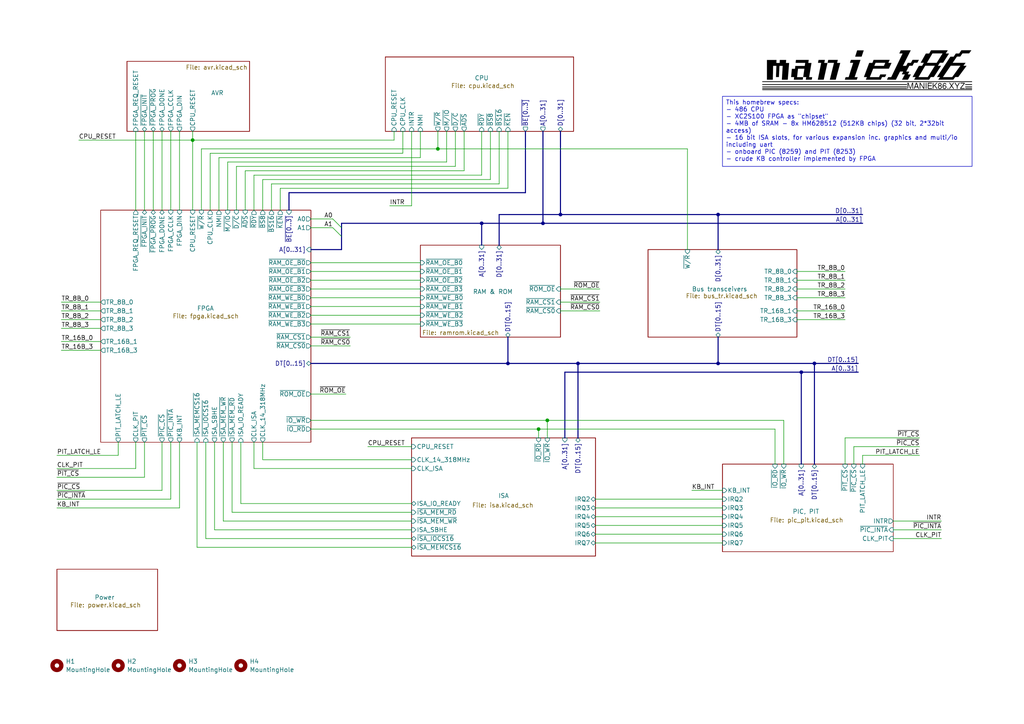
<source format=kicad_sch>
(kicad_sch (version 20250114) (generator "eeschema") (generator_version "9.0")
  (paper "A4")
  (title_block (title "486 Homebrew Computer") (date "2025-12-15") (rev "1 (sch 2.0)") (company "maniek86.xyz"))
  (lib_symbols
    (symbol "Mechanical:MountingHole" (pin_names (offset 1.016)) (in_bom no)
      (property "Reference" "H" (at 0 5.08 0))
      (property "Value" "MountingHole" (at 0 3.175 0))
      (symbol "MountingHole_0_1"
        (circle (center 0 0) (radius 1.27) (stroke (width 1.27)))
      )
    )
  )
  (text_box "This homebrew specs:\n- 486 CPU\n- XC2S100 FPGA as \"chipset\"\n- 4MB of SRAM - 8x HM628512 (512KB chips) (32 bit, 2*32bit access)\n- 16 bit ISA slots, for various expansion inc. graphics and multi/io including uart\n- onboard PIC (8259) and PIT (8253)\n- crude KB controller implemented by FPGA\n" (at 209.55 27.94 0) (size 72.39 20.32) (margins 0.9525 0.9525 0.9525 0.9525) (effects (font (size 1.27 1.27)) (justify left top)))
  (junction (at 127 43.18))
  (junction (at 167.64 105.41))
  (junction (at 139.7 64.77))
  (junction (at 232.41 107.95))
  (junction (at 236.22 105.41))
  (junction (at 208.28 62.23))
  (junction (at 208.28 105.41))
  (junction (at 162.56 62.23))
  (junction (at 156.21 124.46))
  (junction (at 147.32 105.41))
  (junction (at 157.48 64.77))
  (junction (at 158.75 121.92))
  (junction (at 55.88 40.64))
  (bus_entry (at 96.52 66.04) (size 2.54 2.54))
  (bus_entry (at 96.52 63.5) (size 2.54 2.54))
  (wire (pts (xy 116.84 38.1) (xy 116.84 44.45)))
  (wire (pts (xy 59.69 128.27) (xy 59.69 156.21)))
  (wire (pts (xy 64.77 151.13) (xy 119.38 151.13)))
  (wire (pts (xy 63.5 45.72) (xy 63.5 60.96)))
  (wire (pts (xy 156.21 124.46) (xy 156.21 127)))
  (wire (pts (xy 44.45 38.1) (xy 44.45 60.96)))
  (wire (pts (xy 39.37 38.1) (xy 39.37 60.96)))
  (bus (pts (xy 152.4 55.88) (xy 152.4 38.1)))
  (bus (pts (xy 139.7 64.77) (xy 139.7 71.12)))
  (wire (pts (xy 90.17 97.79) (xy 101.6 97.79)))
  (wire (pts (xy 90.17 93.98) (xy 121.92 93.98)))
  (bus (pts (xy 99.06 72.39) (xy 99.06 68.58)))
  (bus (pts (xy 208.28 105.41) (xy 236.22 105.41)))
  (wire (pts (xy 121.92 38.1) (xy 121.92 45.72)))
  (wire (pts (xy 113.03 59.69) (xy 119.38 59.69)))
  (wire (pts (xy 16.51 132.08) (xy 34.29 132.08)))
  (wire (pts (xy 127 43.18) (xy 199.39 43.18)))
  (wire (pts (xy 90.17 78.74) (xy 121.92 78.74)))
  (wire (pts (xy 66.04 46.99) (xy 129.54 46.99)))
  (wire (pts (xy 247.65 134.62) (xy 247.65 129.54)))
  (wire (pts (xy 39.37 128.27) (xy 39.37 135.89)))
  (wire (pts (xy 250.19 132.08) (xy 266.7 132.08)))
  (wire (pts (xy 90.17 121.92) (xy 158.75 121.92)))
  (wire (pts (xy 76.2 128.27) (xy 76.2 133.35)))
  (wire (pts (xy 129.54 38.1) (xy 129.54 46.99)))
  (wire (pts (xy 114.3 38.1) (xy 114.3 40.64)))
  (wire (pts (xy 52.07 147.32) (xy 52.07 128.27)))
  (wire (pts (xy 119.38 148.59) (xy 67.31 148.59)))
  (bus (pts (xy 208.28 62.23) (xy 250.19 62.23)))
  (wire (pts (xy 172.72 157.48) (xy 209.55 157.48)))
  (wire (pts (xy 259.08 151.13) (xy 273.05 151.13)))
  (bus (pts (xy 144.78 62.23) (xy 162.56 62.23)))
  (wire (pts (xy 90.17 88.9) (xy 121.92 88.9)))
  (wire (pts (xy 73.66 135.89) (xy 119.38 135.89)))
  (wire (pts (xy 17.78 90.17) (xy 29.21 90.17)))
  (wire (pts (xy 55.88 40.64) (xy 55.88 60.96)))
  (wire (pts (xy 49.53 128.27) (xy 49.53 144.78)))
  (bus (pts (xy 163.83 107.95) (xy 163.83 127)))
  (wire (pts (xy 227.33 121.92) (xy 227.33 134.62)))
  (bus (pts (xy 99.06 64.77) (xy 139.7 64.77)))
  (bus (pts (xy 232.41 107.95) (xy 163.83 107.95)))
  (wire (pts (xy 134.62 49.53) (xy 71.12 49.53)))
  (wire (pts (xy 17.78 87.63) (xy 29.21 87.63)))
  (wire (pts (xy 69.85 146.05) (xy 119.38 146.05)))
  (wire (pts (xy 17.78 101.6) (xy 29.21 101.6)))
  (wire (pts (xy 259.08 156.21) (xy 273.05 156.21)))
  (wire (pts (xy 16.51 135.89) (xy 39.37 135.89)))
  (wire (pts (xy 68.58 48.26) (xy 68.58 60.96)))
  (wire (pts (xy 199.39 43.18) (xy 199.39 72.39)))
  (wire (pts (xy 17.78 95.25) (xy 29.21 95.25)))
  (bus (pts (xy 157.48 38.1) (xy 157.48 64.77)))
  (wire (pts (xy 162.56 87.63) (xy 173.99 87.63)))
  (wire (pts (xy 158.75 121.92) (xy 227.33 121.92)))
  (wire (pts (xy 73.66 128.27) (xy 73.66 135.89)))
  (wire (pts (xy 58.42 60.96) (xy 58.42 43.18)))
  (wire (pts (xy 147.32 38.1) (xy 147.32 54.61)))
  (wire (pts (xy 162.56 83.82) (xy 173.99 83.82)))
  (wire (pts (xy 172.72 152.4) (xy 209.55 152.4)))
  (wire (pts (xy 162.56 90.17) (xy 173.99 90.17)))
  (wire (pts (xy 106.68 129.54) (xy 119.38 129.54)))
  (wire (pts (xy 119.38 153.67) (xy 62.23 153.67)))
  (wire (pts (xy 90.17 114.3) (xy 100.33 114.3)))
  (wire (pts (xy 231.14 78.74) (xy 245.11 78.74)))
  (wire (pts (xy 17.78 92.71) (xy 29.21 92.71)))
  (bus (pts (xy 144.78 62.23) (xy 144.78 71.12)))
  (wire (pts (xy 172.72 149.86) (xy 209.55 149.86)))
  (wire (pts (xy 69.85 128.27) (xy 69.85 146.05)))
  (wire (pts (xy 231.14 86.36) (xy 245.11 86.36)))
  (wire (pts (xy 142.24 52.07) (xy 76.2 52.07)))
  (wire (pts (xy 259.08 153.67) (xy 273.05 153.67)))
  (wire (pts (xy 200.66 142.24) (xy 209.55 142.24)))
  (wire (pts (xy 158.75 127) (xy 158.75 121.92)))
  (wire (pts (xy 147.32 54.61) (xy 81.28 54.61)))
  (bus (pts (xy 236.22 105.41) (xy 236.22 134.62)))
  (wire (pts (xy 144.78 38.1) (xy 144.78 53.34)))
  (wire (pts (xy 52.07 38.1) (xy 52.07 60.96)))
  (bus (pts (xy 248.92 107.95) (xy 232.41 107.95)))
  (wire (pts (xy 231.14 81.28) (xy 245.11 81.28)))
  (wire (pts (xy 245.11 134.62) (xy 245.11 127)))
  (wire (pts (xy 46.99 38.1) (xy 46.99 60.96)))
  (bus (pts (xy 157.48 64.77) (xy 250.19 64.77)))
  (wire (pts (xy 16.51 142.24) (xy 46.99 142.24)))
  (wire (pts (xy 57.15 128.27) (xy 57.15 158.75)))
  (wire (pts (xy 90.17 100.33) (xy 101.6 100.33)))
  (wire (pts (xy 172.72 154.94) (xy 209.55 154.94)))
  (bus (pts (xy 167.64 105.41) (xy 167.64 127)))
  (wire (pts (xy 78.74 53.34) (xy 78.74 60.96)))
  (bus (pts (xy 208.28 62.23) (xy 208.28 72.39)))
  (wire (pts (xy 90.17 91.44) (xy 121.92 91.44)))
  (wire (pts (xy 90.17 83.82) (xy 121.92 83.82)))
  (wire (pts (xy 134.62 38.1) (xy 134.62 49.53)))
  (wire (pts (xy 90.17 81.28) (xy 121.92 81.28)))
  (wire (pts (xy 224.79 134.62) (xy 224.79 124.46)))
  (bus (pts (xy 162.56 38.1) (xy 162.56 62.23)))
  (wire (pts (xy 16.51 138.43) (xy 41.91 138.43)))
  (wire (pts (xy 132.08 48.26) (xy 68.58 48.26)))
  (wire (pts (xy 17.78 99.06) (xy 29.21 99.06)))
  (wire (pts (xy 67.31 128.27) (xy 67.31 148.59)))
  (bus (pts (xy 208.28 97.79) (xy 208.28 105.41)))
  (wire (pts (xy 55.88 40.64) (xy 22.86 40.64)))
  (wire (pts (xy 90.17 76.2) (xy 121.92 76.2)))
  (wire (pts (xy 62.23 128.27) (xy 62.23 153.67)))
  (bus (pts (xy 139.7 64.77) (xy 157.48 64.77)))
  (wire (pts (xy 144.78 53.34) (xy 78.74 53.34)))
  (wire (pts (xy 142.24 38.1) (xy 142.24 52.07)))
  (wire (pts (xy 76.2 52.07) (xy 76.2 60.96)))
  (wire (pts (xy 172.72 147.32) (xy 209.55 147.32)))
  (bus (pts (xy 147.32 105.41) (xy 167.64 105.41)))
  (wire (pts (xy 90.17 66.04) (xy 96.52 66.04)))
  (wire (pts (xy 60.96 44.45) (xy 60.96 60.96)))
  (wire (pts (xy 16.51 147.32) (xy 52.07 147.32)))
  (bus (pts (xy 236.22 105.41) (xy 248.92 105.41)))
  (bus (pts (xy 83.82 60.96) (xy 83.82 55.88)))
  (wire (pts (xy 250.19 134.62) (xy 250.19 132.08)))
  (bus (pts (xy 90.17 105.41) (xy 147.32 105.41)))
  (wire (pts (xy 172.72 144.78) (xy 209.55 144.78)))
  (wire (pts (xy 90.17 86.36) (xy 121.92 86.36)))
  (bus (pts (xy 90.17 72.39) (xy 99.06 72.39)))
  (wire (pts (xy 132.08 38.1) (xy 132.08 48.26)))
  (wire (pts (xy 73.66 50.8) (xy 73.66 60.96)))
  (wire (pts (xy 49.53 38.1) (xy 49.53 60.96)))
  (wire (pts (xy 16.51 144.78) (xy 49.53 144.78)))
  (bus (pts (xy 147.32 97.79) (xy 147.32 105.41)))
  (bus (pts (xy 162.56 62.23) (xy 208.28 62.23)))
  (wire (pts (xy 41.91 138.43) (xy 41.91 128.27)))
  (wire (pts (xy 139.7 38.1) (xy 139.7 50.8)))
  (wire (pts (xy 34.29 128.27) (xy 34.29 132.08)))
  (wire (pts (xy 46.99 128.27) (xy 46.99 142.24)))
  (wire (pts (xy 71.12 49.53) (xy 71.12 60.96)))
  (wire (pts (xy 231.14 92.71) (xy 245.11 92.71)))
  (wire (pts (xy 119.38 156.21) (xy 59.69 156.21)))
  (wire (pts (xy 55.88 40.64) (xy 55.88 38.1)))
  (wire (pts (xy 114.3 40.64) (xy 55.88 40.64)))
  (wire (pts (xy 224.79 124.46) (xy 156.21 124.46)))
  (wire (pts (xy 81.28 54.61) (xy 81.28 60.96)))
  (wire (pts (xy 139.7 50.8) (xy 73.66 50.8)))
  (bus (pts (xy 232.41 107.95) (xy 232.41 134.62)))
  (wire (pts (xy 41.91 38.1) (xy 41.91 60.96)))
  (wire (pts (xy 64.77 128.27) (xy 64.77 151.13)))
  (wire (pts (xy 66.04 46.99) (xy 66.04 60.96)))
  (bus (pts (xy 83.82 55.88) (xy 152.4 55.88)))
  (wire (pts (xy 116.84 44.45) (xy 60.96 44.45)))
  (wire (pts (xy 247.65 129.54) (xy 266.7 129.54)))
  (wire (pts (xy 121.92 45.72) (xy 63.5 45.72)))
  (wire (pts (xy 90.17 63.5) (xy 96.52 63.5)))
  (wire (pts (xy 119.38 38.1) (xy 119.38 59.69)))
  (wire (pts (xy 58.42 43.18) (xy 127 43.18)))
  (wire (pts (xy 231.14 83.82) (xy 245.11 83.82)))
  (wire (pts (xy 127 38.1) (xy 127 43.18)))
  (wire (pts (xy 245.11 127) (xy 266.7 127)))
  (wire (pts (xy 90.17 124.46) (xy 156.21 124.46)))
  (wire (pts (xy 76.2 133.35) (xy 119.38 133.35)))
  (bus (pts (xy 167.64 105.41) (xy 208.28 105.41)))
  (wire (pts (xy 119.38 158.75) (xy 57.15 158.75)))
  (bus (pts (xy 99.06 64.77) (xy 99.06 66.04)))
  (wire (pts (xy 231.14 90.17) (xy 245.11 90.17)))
  (bus (pts (xy 99.06 68.58) (xy 99.06 66.04)))
  (image (at 251.46 20.32) (scale 0.631551))
  (label "~{PIC_CS}" (at 266.7 129.54 180))
  (label "PIT_LATCH_LE" (at 266.7 132.08 180))
  (label "~{PIC_INTA}" (at 16.51 144.78 0))
  (label "~{RAM_CS1}" (at 173.99 87.63 180))
  (label "~{ROM_OE}" (at 100.33 114.3 180))
  (label "CPU_RESET" (at 22.86 40.64 0))
  (label "~{PIC_INTA}" (at 273.05 153.67 180))
  (label "~{PIT_CS}" (at 16.51 138.43 0))
  (label "D[0..31]" (at 250.19 62.23 180))
  (label "CPU_RESET" (at 106.68 129.54 0))
  (label "A1" (at 96.52 66.04 180))
  (label "INTR" (at 113.03 59.69 0))
  (label "~{RAM_CS0}" (at 101.6 100.33 180))
  (label "CLK_PIT" (at 273.05 156.21 180))
  (label "TR_8B_2" (at 245.11 83.82 180))
  (label "~{ROM_OE}" (at 173.99 83.82 180))
  (label "PIT_LATCH_LE" (at 16.51 132.08 0))
  (label "TR_8B_1" (at 17.78 90.17 0))
  (label "A[0..31]" (at 250.19 64.77 180))
  (label "DT[0..15]" (at 248.92 105.41 180))
  (label "TR_8B_0" (at 245.11 78.74 180))
  (label "TR_8B_1" (at 245.11 81.28 180))
  (label "TR_8B_3" (at 245.11 86.36 180))
  (label "TR_16B_3" (at 245.11 92.71 180))
  (label "~{PIC_CS}" (at 16.51 142.24 0))
  (label "A0" (at 96.52 63.5 180))
  (label "TR_8B_3" (at 17.78 95.25 0))
  (label "A[0..31]" (at 248.92 107.95 180))
  (label "~{RAM_CS0}" (at 173.99 90.17 180))
  (label "TR_16B_0" (at 17.78 99.06 0))
  (label "INTR" (at 273.05 151.13 180))
  (label "TR_16B_0" (at 245.11 90.17 180))
  (label "KB_INT" (at 16.51 147.32 0))
  (label "TR_16B_3" (at 17.78 101.6 0))
  (label "KB_INT" (at 200.66 142.24 0))
  (label "~{PIT_CS}" (at 266.7 127 180))
  (label "~{RAM_CS1}" (at 101.6 97.79 180))
  (label "TR_8B_2" (at 17.78 92.71 0))
  (label "TR_8B_0" (at 17.78 87.63 0))
  (label "CLK_PIT" (at 16.51 135.89 0))
  (symbol (lib_id "Mechanical:MountingHole") (at 69.85 193.04 0) (unit 1) (in_bom no)
    (property "Reference" "H4" (at 72.39 191.8278 0) (effects (justify left)))
    (property "Value" "MountingHole" (at 72.39 194.2521 0) (effects (justify left)))
    (property "Footprint" "MountingHole:MountingHole_4mm" (effects (hide yes)))
    (property "Description" "Mounting Hole without connection" (effects (hide yes)))
  )
  (symbol (lib_id "Mechanical:MountingHole") (at 34.29 193.04 0) (unit 1) (in_bom no)
    (property "Reference" "H2" (at 36.83 191.8278 0) (effects (justify left)))
    (property "Value" "MountingHole" (at 36.83 194.2521 0) (effects (justify left)))
    (property "Footprint" "MountingHole:MountingHole_4mm" (effects (hide yes)))
    (property "Description" "Mounting Hole without connection" (effects (hide yes)))
  )
  (symbol (lib_id "Mechanical:MountingHole") (at 52.07 193.04 0) (unit 1) (in_bom no)
    (property "Reference" "H3" (at 54.61 191.8278 0) (effects (justify left)))
    (property "Value" "MountingHole" (at 54.61 194.2521 0) (effects (justify left)))
    (property "Footprint" "MountingHole:MountingHole_4mm" (effects (hide yes)))
    (property "Description" "Mounting Hole without connection" (effects (hide yes)))
  )
  (symbol (lib_id "Mechanical:MountingHole") (at 16.51 193.04 0) (unit 1) (in_bom no)
    (property "Reference" "H1" (at 19.05 191.8278 0) (effects (justify left)))
    (property "Value" "MountingHole" (at 19.05 194.2521 0) (effects (justify left)))
    (property "Footprint" "MountingHole:MountingHole_4mm" (effects (hide yes)))
    (property "Description" "Mounting Hole without connection" (effects (hide yes)))
  )
  (sheet (at 36.83 17.78) (size 35.56 20.32) (stroke (width 0.1524))
    (property "Sheetname" "AVR" (at 61.214 27.686 0) (effects (justify left bottom)))
    (property "Sheetfile" "avr.kicad_sch" (at 53.848 18.796 0) (effects (justify left top)))
    (pin "FPGA_REQ_RESET" input (at 39.37 38.1 270))
    (pin "~{FPGA_PROG}" bidirectional (at 44.45 38.1 270))
    (pin "FPGA_DONE" bidirectional (at 46.99 38.1 270))
    (pin "FPGA_DIN" output (at 52.07 38.1 270))
    (pin "~{FPGA_INIT}" bidirectional (at 41.91 38.1 270))
    (pin "CPU_RESET" output (at 55.88 38.1 270))
    (pin "FPGA_CCLK" output (at 49.53 38.1 270))
  )
  (sheet (at 29.21 60.96) (size 60.96 67.31) (stroke (width 0.1524))
    (property "Sheetname" "FPGA" (at 57.15 90.17 0) (effects (justify left bottom)))
    (property "Sheetfile" "fpga.kicad_sch" (at 50.038 90.932 0) (effects (justify left top)))
    (pin "CLK_14_318MHz" output (at 76.2 128.27 270))
    (pin "A0" output (at 90.17 63.5 0))
    (pin "~{KEN}" output (at 81.28 60.96 90))
    (pin "FPGA_DIN" input (at 52.07 60.96 90))
    (pin "CPU_RESET" input (at 55.88 60.96 90))
    (pin "~{D{slash}C}" input (at 68.58 60.96 90))
    (pin "~{BS8}" output (at 76.2 60.96 90))
    (pin "~{M{slash}IO}" input (at 66.04 60.96 90))
    (pin "A1" output (at 90.17 66.04 0))
    (pin "CLK_ISA" output (at 73.66 128.27 270))
    (pin "~{BE[0..3]}" input (at 83.82 60.96 90))
    (pin "NMI" output (at 63.5 60.96 90))
    (pin "~{BS16}" output (at 78.74 60.96 90))
    (pin "~{RDY}" output (at 73.66 60.96 90))
    (pin "~{ADS}" input (at 71.12 60.96 90))
    (pin "~{W{slash}R}" input (at 58.42 60.96 90))
    (pin "CPU_CLK" output (at 60.96 60.96 90))
    (pin "A[0..31]" input (at 90.17 72.39 0))
    (pin "FPGA_REQ_RESET" output (at 39.37 60.96 90))
    (pin "DT[0..15]" bidirectional (at 90.17 105.41 0))
    (pin "~{RAM_WE_B0}" output (at 90.17 86.36 0))
    (pin "~{RAM_WE_B1}" output (at 90.17 88.9 0))
    (pin "~{ISA_MEM_RD}" output (at 67.31 128.27 270))
    (pin "~{ISA_MEM_WR}" output (at 64.77 128.27 270))
    (pin "~{PIC_INTA}" output (at 49.53 128.27 270))
    (pin "~{RAM_WE_B2}" output (at 90.17 91.44 0))
    (pin "TR_8B_2" output (at 29.21 92.71 180))
    (pin "~{FPGA_PROG}" bidirectional (at 44.45 60.96 90))
    (pin "~{RAM_CS0}" output (at 90.17 100.33 0))
    (pin "KB_INT" output (at 52.07 128.27 270))
    (pin "FPGA_CCLK" input (at 49.53 60.96 90))
    (pin "CLK_PIT" output (at 39.37 128.27 270))
    (pin "~{ISA_MEMCS16}" input (at 57.15 128.27 270))
    (pin "~{FPGA_INIT}" bidirectional (at 41.91 60.96 90))
    (pin "~{IO_WR}" output (at 90.17 121.92 0))
    (pin "~{PIC_CS}" output (at 46.99 128.27 270))
    (pin "TR_8B_3" output (at 29.21 95.25 180))
    (pin "PIT_LATCH_LE" output (at 34.29 128.27 270))
    (pin "~{RAM_OE_B3}" output (at 90.17 83.82 0))
    (pin "~{IO_RD}" output (at 90.17 124.46 0))
    (pin "~{RAM_OE_B0}" output (at 90.17 76.2 0))
    (pin "TR_8B_0" output (at 29.21 87.63 180))
    (pin "ISA_IO_READY" input (at 69.85 128.27 270))
    (pin "~{RAM_CS1}" output (at 90.17 97.79 0))
    (pin "~{RAM_WE_B3}" output (at 90.17 93.98 0))
    (pin "TR_16B_3" output (at 29.21 101.6 180))
    (pin "TR_8B_1" output (at 29.21 90.17 180))
    (pin "~{RAM_OE_B1}" output (at 90.17 78.74 0))
    (pin "~{PIT_CS}" output (at 41.91 128.27 270))
    (pin "~{ISA_IOCS16}" input (at 59.69 128.27 270))
    (pin "ISA_SBHE" output (at 62.23 128.27 270))
    (pin "FPGA_DONE" bidirectional (at 46.99 60.96 90))
    (pin "~{ROM_OE}" output (at 90.17 114.3 0))
    (pin "TR_16B_1" output (at 29.21 99.06 180))
    (pin "~{RAM_OE_B2}" output (at 90.17 81.28 0))
  )
  (sheet (at 187.96 72.39) (size 43.18 25.4) (stroke (width 0.1524))
    (property "Sheetname" "Bus transceivers" (at 200.66 84.582 0) (effects (justify left bottom)))
    (property "Sheetfile" "bus_tr.kicad_sch" (at 198.882 85.09 0) (effects (justify left top)))
    (pin "~{W{slash}R}" input (at 199.39 72.39 90))
    (pin "TR_8B_2" input (at 231.14 83.82 0))
    (pin "TR_8B_0" input (at 231.14 78.74 0))
    (pin "TR_16B_3" input (at 231.14 92.71 0))
    (pin "TR_16B_1" input (at 231.14 90.17 0))
    (pin "TR_8B_3" input (at 231.14 86.36 0))
    (pin "D[0..31]" bidirectional (at 208.28 72.39 90))
    (pin "TR_8B_1" input (at 231.14 81.28 0))
    (pin "DT[0..15]" bidirectional (at 208.28 97.79 270))
  )
  (sheet (at 119.38 127) (size 53.34 34.29) (stroke (width 0.1524))
    (property "Sheetname" "ISA" (at 144.526 144.526 0) (effects (justify left bottom)))
    (property "Sheetfile" "isa.kicad_sch" (at 136.906 145.796 0) (effects (justify left top)))
    (pin "IRQ5" tri_state (at 172.72 152.4 0))
    (pin "CPU_RESET" input (at 119.38 129.54 180))
    (pin "~{IO_WR}" input (at 158.75 127 90))
    (pin "ISA_SBHE" input (at 119.38 153.67 180))
    (pin "CLK_14_318MHz" input (at 119.38 133.35 180))
    (pin "ISA_IO_READY" tri_state (at 119.38 146.05 180))
    (pin "IRQ7" tri_state (at 172.72 157.48 0))
    (pin "CLK_ISA" input (at 119.38 135.89 180))
    (pin "DT[0..15]" bidirectional (at 167.64 127 90))
    (pin "IRQ6" tri_state (at 172.72 154.94 0))
    (pin "~{ISA_MEM_WR}" input (at 119.38 151.13 180))
    (pin "~{IO_RD}" input (at 156.21 127 90))
    (pin "~{ISA_MEM_RD}" input (at 119.38 148.59 180))
    (pin "IRQ3" tri_state (at 172.72 147.32 0))
    (pin "A[0..31]" input (at 163.83 127 90))
    (pin "~{ISA_IOCS16}" tri_state (at 119.38 156.21 180))
    (pin "~{ISA_MEMCS16}" tri_state (at 119.38 158.75 180))
    (pin "IRQ4" tri_state (at 172.72 149.86 0))
    (pin "IRQ2" tri_state (at 172.72 144.78 0))
  )
  (sheet (at 111.76 16.51) (size 54.61 21.59) (stroke (width 0.1524))
    (property "Sheetname" "CPU" (at 137.668 23.368 0) (effects (justify left bottom)))
    (property "Sheetfile" "cpu.kicad_sch" (at 130.81 24.13 0) (effects (justify left top)))
    (pin "~{D{slash}C}" output (at 132.08 38.1 270))
    (pin "CPU_RESET" input (at 114.3 38.1 270))
    (pin "~{ADS}" output (at 134.62 38.1 270))
    (pin "CPU_CLK" input (at 116.84 38.1 270))
    (pin "~{M{slash}IO}" output (at 129.54 38.1 270))
    (pin "INTR" input (at 119.38 38.1 270))
    (pin "~{RDY}" input (at 139.7 38.1 270))
    (pin "~{BE[0..3]}" output (at 152.4 38.1 270))
    (pin "NMI" input (at 121.92 38.1 270))
    (pin "~{BS8}" input (at 142.24 38.1 270))
    (pin "~{BS16}" input (at 144.78 38.1 270))
    (pin "~{KEN}" input (at 147.32 38.1 270))
    (pin "A[0..31]" output (at 157.48 38.1 270))
    (pin "D[0..31]" bidirectional (at 162.56 38.1 270))
    (pin "~{W{slash}R}" output (at 127 38.1 270))
  )
  (sheet (at 209.55 134.62) (size 49.53 25.4) (stroke (width 0.1524))
    (property "Sheetname" "PIC, PIT" (at 229.87 149.098 0) (effects (justify left bottom)))
    (property "Sheetfile" "pic_pit.kicad_sch" (at 223.266 150.114 0) (effects (justify left top)))
    (pin "PIT_LATCH_LE" input (at 250.19 134.62 90))
    (pin "KB_INT" input (at 209.55 142.24 180))
    (pin "DT[0..15]" bidirectional (at 236.22 134.62 90))
    (pin "~{PIC_CS}" input (at 247.65 134.62 90))
    (pin "INTR" output (at 259.08 151.13 0))
    (pin "~{PIC_INTA}" input (at 259.08 153.67 0))
    (pin "IRQ2" input (at 209.55 144.78 180))
    (pin "A[0..31]" input (at 232.41 134.62 90))
    (pin "~{PIT_CS}" input (at 245.11 134.62 90))
    (pin "IRQ5" input (at 209.55 152.4 180))
    (pin "IRQ4" input (at 209.55 149.86 180))
    (pin "IRQ6" input (at 209.55 154.94 180))
    (pin "IRQ3" input (at 209.55 147.32 180))
    (pin "IRQ7" input (at 209.55 157.48 180))
    (pin "CLK_PIT" input (at 259.08 156.21 0))
    (pin "~{IO_WR}" input (at 227.33 134.62 90))
    (pin "~{IO_RD}" input (at 224.79 134.62 90))
  )
  (sheet (at 121.92 71.12) (size 40.64 26.67) (stroke (width 0.1524))
    (property "Sheetname" "RAM & ROM" (at 137.16 85.344 0) (effects (justify left bottom)))
    (property "Sheetfile" "ramrom.kicad_sch" (at 122.428 95.758 0) (effects (justify left top)))
    (pin "~{ROM_OE}" input (at 162.56 83.82 0))
    (pin "~{RAM_OE_B3}" input (at 121.92 83.82 180))
    (pin "~{RAM_WE_B0}" input (at 121.92 86.36 180))
    (pin "~{RAM_WE_B2}" input (at 121.92 91.44 180))
    (pin "~{RAM_WE_B1}" input (at 121.92 88.9 180))
    (pin "~{RAM_WE_B3}" input (at 121.92 93.98 180))
    (pin "A[0..31]" input (at 139.7 71.12 90))
    (pin "~{RAM_CS1}" input (at 162.56 87.63 0))
    (pin "~{RAM_OE_B1}" input (at 121.92 78.74 180))
    (pin "D[0..31]" bidirectional (at 144.78 71.12 90))
    (pin "DT[0..15]" bidirectional (at 147.32 97.79 270))
    (pin "~{RAM_CS0}" input (at 162.56 90.17 0))
    (pin "~{RAM_OE_B0}" input (at 121.92 76.2 180))
    (pin "~{RAM_OE_B2}" input (at 121.92 81.28 180))
  )
  (sheet (at 16.51 165.1) (size 29.21 17.78) (stroke (width 0.1524))
    (property "Sheetname" "Power" (at 27.432 173.99 0) (effects (justify left bottom)))
    (property "Sheetfile" "power.kicad_sch" (at 20.32 174.752 0) (effects (justify left top)))
  )
)
</source>
